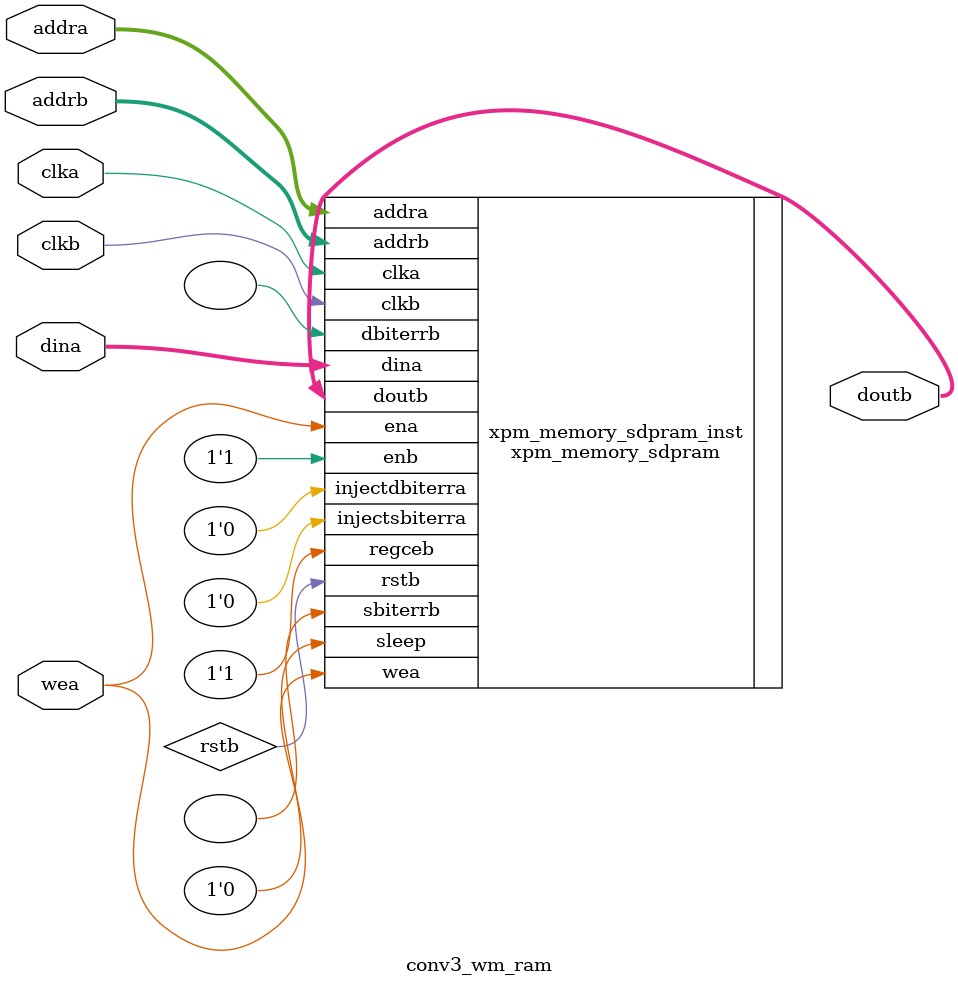
<source format=v>
module conv3_wm_ram(clka, wea, addra, dina, clkb, addrb, doutb);
  input clka;
  input [0:0]wea;
  input [9:0]addra;
  input [511:0]dina;
  input clkb;
  input [9:0]addrb;
  output [511:0]doutb;

   // xpm_memory_sdpram: Simple Dual Port RAM
   // Xilinx Parameterized Macro, version 2020.2

   xpm_memory_sdpram #(
      .ADDR_WIDTH_A(10),               // DECIMAL
      .ADDR_WIDTH_B(10),               // DECIMAL
      .AUTO_SLEEP_TIME(0),            // DECIMAL
      .BYTE_WRITE_WIDTH_A(512),        // DECIMAL
      .CASCADE_HEIGHT(0),             // DECIMAL
      .CLOCKING_MODE("common_clock"), // String
      .ECC_MODE("no_ecc"),            // String
      .MEMORY_INIT_FILE("none"),      // String
      .MEMORY_INIT_PARAM("0"),        // String
      .MEMORY_OPTIMIZATION("true"),   // String
      .MEMORY_PRIMITIVE("ultra"),      // String
      .MEMORY_SIZE(294912),             // DECIMAL
      .MESSAGE_CONTROL(0),            // DECIMAL
      .READ_DATA_WIDTH_B(512),         // DECIMAL
      .READ_LATENCY_B(2),             // DECIMAL
      .READ_RESET_VALUE_B("0"),       // String
      .RST_MODE_A("SYNC"),            // String
      .RST_MODE_B("SYNC"),            // String
      .SIM_ASSERT_CHK(0),             // DECIMAL; 0=disable simulation messages, 1=enable simulation messages
      .USE_EMBEDDED_CONSTRAINT(0),    // DECIMAL
      .USE_MEM_INIT(0),               // DECIMAL
      .WAKEUP_TIME("disable_sleep"),  // String
      .WRITE_DATA_WIDTH_A(512),        // DECIMAL
      .WRITE_MODE_B("read_first")      // String
   )
   xpm_memory_sdpram_inst (
      .dbiterrb(),             // 1-bit output: Status signal to indicate double bit error occurrence
                                       // on the data output of port B.

      .doutb(doutb),                   // READ_DATA_WIDTH_B-bit output: Data output for port B read operations.
      .sbiterrb(),             // 1-bit output: Status signal to indicate single bit error occurrence
                                       // on the data output of port B.

      .addra(addra),                   // ADDR_WIDTH_A-bit input: Address for port A write operations.
      .addrb(addrb),                   // ADDR_WIDTH_B-bit input: Address for port B read operations.
      .clka(clka),                     // 1-bit input: Clock signal for port A. Also clocks port B when
                                       // parameter CLOCKING_MODE is "common_clock".

      .clkb(clkb),                     // 1-bit input: Clock signal for port B when parameter CLOCKING_MODE is
                                       // "independent_clock". Unused when parameter CLOCKING_MODE is
                                       // "common_clock".

      .dina(dina),                     // WRITE_DATA_WIDTH_A-bit input: Data input for port A write operations.
      .ena(wea),                       // 1-bit input: Memory enable signal for port A. Must be high on clock
                                       // cycles when write operations are initiated. Pipelined internally.

      .enb(1'b1),                       // 1-bit input: Memory enable signal for port B. Must be high on clock
                                       // cycles when read operations are initiated. Pipelined internally.

      .injectdbiterra(1'b0), // 1-bit input: Controls double bit error injection on input data when
                                       // ECC enabled (Error injection capability is not available in
                                       // "decode_only" mode).

      .injectsbiterra(1'b0), // 1-bit input: Controls single bit error injection on input data when
                                       // ECC enabled (Error injection capability is not available in
                                       // "decode_only" mode).

      .regceb(1'b1),                 // 1-bit input: Clock Enable for the last register stage on the output
                                       // data path.

      .rstb(rstb),                     // 1-bit input: Reset signal for the final port B output register stage.
                                       // Synchronously resets output port doutb to the value specified by
                                       // parameter READ_RESET_VALUE_B.

      .sleep(1'b0),                   // 1-bit input: sleep signal to enable the dynamic power saving feature.
      .wea(wea)                        // WRITE_DATA_WIDTH_A/BYTE_WRITE_WIDTH_A-bit input: Write enable vector
                                       // for port A input data port dina. 1 bit wide when word-wide writes are
                                       // used. In byte-wide write configurations, each bit controls the
                                       // writing one byte of dina to address addra. For example, to
                                       // synchronously write only bits [15-8] of dina when WRITE_DATA_WIDTH_A
                                       // is 32, wea would be 4'b0010.

   );

   // End of xpm_memory_sdpram_inst instantiation


endmodule

</source>
